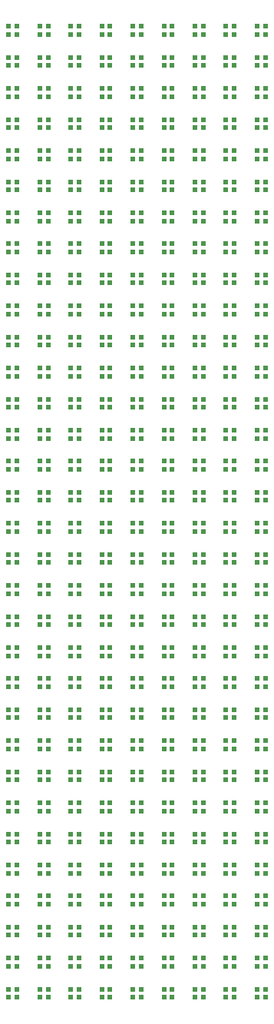
<source format=gbr>
%TF.GenerationSoftware,KiCad,Pcbnew,8.0.1*%
%TF.CreationDate,2024-04-01T01:15:32-04:00*%
%TF.ProjectId,MicrocontrollerInputModule,4d696372-6f63-46f6-9e74-726f6c6c6572,V3.0*%
%TF.SameCoordinates,Original*%
%TF.FileFunction,Soldermask,Top*%
%TF.FilePolarity,Negative*%
%FSLAX46Y46*%
G04 Gerber Fmt 4.6, Leading zero omitted, Abs format (unit mm)*
G04 Created by KiCad (PCBNEW 8.0.1) date 2024-04-01 01:15:32*
%MOMM*%
%LPD*%
G01*
G04 APERTURE LIST*
%ADD10R,0.500000X0.500000*%
G04 APERTURE END LIST*
D10*
%TO.C,N260*%
X27219000Y13563000D03*
X27219000Y14463000D03*
X26319000Y14463000D03*
X26319000Y13563000D03*
%TD*%
%TO.C,N203*%
X16950000Y34101000D03*
X16950000Y35001000D03*
X16050000Y35001000D03*
X16050000Y34101000D03*
%TD*%
%TO.C,N99*%
X30642000Y75177000D03*
X30642000Y76077000D03*
X29742000Y76077000D03*
X29742000Y75177000D03*
%TD*%
%TO.C,N43*%
X23796000Y95715000D03*
X23796000Y96615000D03*
X22896000Y96615000D03*
X22896000Y95715000D03*
%TD*%
%TO.C,N255*%
X10104000Y13563000D03*
X10104000Y14463000D03*
X9204000Y14463000D03*
X9204000Y13563000D03*
%TD*%
%TO.C,N208*%
X3258000Y30678000D03*
X3258000Y31578000D03*
X2358000Y31578000D03*
X2358000Y30678000D03*
%TD*%
%TO.C,N132*%
X20373000Y61485000D03*
X20373000Y62385000D03*
X19473000Y62385000D03*
X19473000Y61485000D03*
%TD*%
%TO.C,N112*%
X13527000Y68331000D03*
X13527000Y69231000D03*
X12627000Y69231000D03*
X12627000Y68331000D03*
%TD*%
%TO.C,N140*%
X16950000Y58062000D03*
X16950000Y58962000D03*
X16050000Y58962000D03*
X16050000Y58062000D03*
%TD*%
%TO.C,N108*%
X30642000Y71754000D03*
X30642000Y72654000D03*
X29742000Y72654000D03*
X29742000Y71754000D03*
%TD*%
%TO.C,N149*%
X16950000Y54639000D03*
X16950000Y55539000D03*
X16050000Y55539000D03*
X16050000Y54639000D03*
%TD*%
%TO.C,N57*%
X10104000Y88869000D03*
X10104000Y89769000D03*
X9204000Y89769000D03*
X9204000Y88869000D03*
%TD*%
%TO.C,N180*%
X30642000Y44370000D03*
X30642000Y45270000D03*
X29742000Y45270000D03*
X29742000Y44370000D03*
%TD*%
%TO.C,N156*%
X10104000Y51216000D03*
X10104000Y52116000D03*
X9204000Y52116000D03*
X9204000Y51216000D03*
%TD*%
%TO.C,N155*%
X6681000Y51216000D03*
X6681000Y52116000D03*
X5781000Y52116000D03*
X5781000Y51216000D03*
%TD*%
%TO.C,N240*%
X20373000Y20409000D03*
X20373000Y21309000D03*
X19473000Y21309000D03*
X19473000Y20409000D03*
%TD*%
%TO.C,N122*%
X16950000Y64908000D03*
X16950000Y65808000D03*
X16050000Y65808000D03*
X16050000Y64908000D03*
%TD*%
%TO.C,N278*%
X27219000Y6717000D03*
X27219000Y7617000D03*
X26319000Y7617000D03*
X26319000Y6717000D03*
%TD*%
%TO.C,N234*%
X30642000Y23832000D03*
X30642000Y24732000D03*
X29742000Y24732000D03*
X29742000Y23832000D03*
%TD*%
%TO.C,N280*%
X3258000Y3294000D03*
X3258000Y4194000D03*
X2358000Y4194000D03*
X2358000Y3294000D03*
%TD*%
%TO.C,N56*%
X6681000Y88869000D03*
X6681000Y89769000D03*
X5781000Y89769000D03*
X5781000Y88869000D03*
%TD*%
%TO.C,N230*%
X16950000Y23832000D03*
X16950000Y24732000D03*
X16050000Y24732000D03*
X16050000Y23832000D03*
%TD*%
%TO.C,N215*%
X27219000Y30678000D03*
X27219000Y31578000D03*
X26319000Y31578000D03*
X26319000Y30678000D03*
%TD*%
%TO.C,N239*%
X16950000Y20409000D03*
X16950000Y21309000D03*
X16050000Y21309000D03*
X16050000Y20409000D03*
%TD*%
%TO.C,N141*%
X20373000Y58062000D03*
X20373000Y58962000D03*
X19473000Y58962000D03*
X19473000Y58062000D03*
%TD*%
%TO.C,N111*%
X10104000Y68331000D03*
X10104000Y69231000D03*
X9204000Y69231000D03*
X9204000Y68331000D03*
%TD*%
%TO.C,N288*%
X30642000Y3294000D03*
X30642000Y4194000D03*
X29742000Y4194000D03*
X29742000Y3294000D03*
%TD*%
%TO.C,N42*%
X20373000Y95715000D03*
X20373000Y96615000D03*
X19473000Y96615000D03*
X19473000Y95715000D03*
%TD*%
%TO.C,N146*%
X6681000Y54639000D03*
X6681000Y55539000D03*
X5781000Y55539000D03*
X5781000Y54639000D03*
%TD*%
%TO.C,N220*%
X13527000Y27255000D03*
X13527000Y28155000D03*
X12627000Y28155000D03*
X12627000Y27255000D03*
%TD*%
%TO.C,N35*%
X27219000Y99138000D03*
X27219000Y100038000D03*
X26319000Y100038000D03*
X26319000Y99138000D03*
%TD*%
%TO.C,N204*%
X20373000Y34101000D03*
X20373000Y35001000D03*
X19473000Y35001000D03*
X19473000Y34101000D03*
%TD*%
%TO.C,N101*%
X6681000Y71754000D03*
X6681000Y72654000D03*
X5781000Y72654000D03*
X5781000Y71754000D03*
%TD*%
%TO.C,N88*%
X23796000Y78600000D03*
X23796000Y79500000D03*
X22896000Y79500000D03*
X22896000Y78600000D03*
%TD*%
%TO.C,N283*%
X13527000Y3294000D03*
X13527000Y4194000D03*
X12627000Y4194000D03*
X12627000Y3294000D03*
%TD*%
%TO.C,N120*%
X10104000Y64908000D03*
X10104000Y65808000D03*
X9204000Y65808000D03*
X9204000Y64908000D03*
%TD*%
%TO.C,N274*%
X13527000Y6717000D03*
X13527000Y7617000D03*
X12627000Y7617000D03*
X12627000Y6717000D03*
%TD*%
%TO.C,N282*%
X10104000Y3294000D03*
X10104000Y4194000D03*
X9204000Y4194000D03*
X9204000Y3294000D03*
%TD*%
%TO.C,N82*%
X3258000Y78600000D03*
X3258000Y79500000D03*
X2358000Y79500000D03*
X2358000Y78600000D03*
%TD*%
%TO.C,N250*%
X23796000Y16986000D03*
X23796000Y17886000D03*
X22896000Y17886000D03*
X22896000Y16986000D03*
%TD*%
%TO.C,N160*%
X23796000Y51216000D03*
X23796000Y52116000D03*
X22896000Y52116000D03*
X22896000Y51216000D03*
%TD*%
%TO.C,N29*%
X6681000Y99138000D03*
X6681000Y100038000D03*
X5781000Y100038000D03*
X5781000Y99138000D03*
%TD*%
%TO.C,N258*%
X20373000Y13563000D03*
X20373000Y14463000D03*
X19473000Y14463000D03*
X19473000Y13563000D03*
%TD*%
%TO.C,N72*%
X30642000Y85446000D03*
X30642000Y86346000D03*
X29742000Y86346000D03*
X29742000Y85446000D03*
%TD*%
%TO.C,N221*%
X16950000Y27255000D03*
X16950000Y28155000D03*
X16050000Y28155000D03*
X16050000Y27255000D03*
%TD*%
%TO.C,N137*%
X6681000Y58062000D03*
X6681000Y58962000D03*
X5781000Y58962000D03*
X5781000Y58062000D03*
%TD*%
%TO.C,N157*%
X13527000Y51216000D03*
X13527000Y52116000D03*
X12627000Y52116000D03*
X12627000Y51216000D03*
%TD*%
%TO.C,N119*%
X6681000Y64908000D03*
X6681000Y65808000D03*
X5781000Y65808000D03*
X5781000Y64908000D03*
%TD*%
%TO.C,N3*%
X10104000Y109407000D03*
X10104000Y110307000D03*
X9204000Y110307000D03*
X9204000Y109407000D03*
%TD*%
%TO.C,N224*%
X27219000Y27255000D03*
X27219000Y28155000D03*
X26319000Y28155000D03*
X26319000Y27255000D03*
%TD*%
%TO.C,N102*%
X10104000Y71754000D03*
X10104000Y72654000D03*
X9204000Y72654000D03*
X9204000Y71754000D03*
%TD*%
%TO.C,N136*%
X3258000Y58062000D03*
X3258000Y58962000D03*
X2358000Y58962000D03*
X2358000Y58062000D03*
%TD*%
%TO.C,N209*%
X6681000Y30678000D03*
X6681000Y31578000D03*
X5781000Y31578000D03*
X5781000Y30678000D03*
%TD*%
%TO.C,N77*%
X16950000Y82023000D03*
X16950000Y82923000D03*
X16050000Y82923000D03*
X16050000Y82023000D03*
%TD*%
%TO.C,N177*%
X20373000Y44370000D03*
X20373000Y45270000D03*
X19473000Y45270000D03*
X19473000Y44370000D03*
%TD*%
%TO.C,N248*%
X16950000Y16986000D03*
X16950000Y17886000D03*
X16050000Y17886000D03*
X16050000Y16986000D03*
%TD*%
%TO.C,N129*%
X10104000Y61485000D03*
X10104000Y62385000D03*
X9204000Y62385000D03*
X9204000Y61485000D03*
%TD*%
%TO.C,N117*%
X30642000Y68331000D03*
X30642000Y69231000D03*
X29742000Y69231000D03*
X29742000Y68331000D03*
%TD*%
%TO.C,N5*%
X16950000Y109407000D03*
X16950000Y110307000D03*
X16050000Y110307000D03*
X16050000Y109407000D03*
%TD*%
%TO.C,N190*%
X3258000Y37524000D03*
X3258000Y38424000D03*
X2358000Y38424000D03*
X2358000Y37524000D03*
%TD*%
%TO.C,N90*%
X30642000Y78600000D03*
X30642000Y79500000D03*
X29742000Y79500000D03*
X29742000Y78600000D03*
%TD*%
%TO.C,N235*%
X3258000Y20409000D03*
X3258000Y21309000D03*
X2358000Y21309000D03*
X2358000Y20409000D03*
%TD*%
%TO.C,N153*%
X30642000Y54639000D03*
X30642000Y55539000D03*
X29742000Y55539000D03*
X29742000Y54639000D03*
%TD*%
%TO.C,N128*%
X6681000Y61485000D03*
X6681000Y62385000D03*
X5781000Y62385000D03*
X5781000Y61485000D03*
%TD*%
%TO.C,N139*%
X13527000Y58062000D03*
X13527000Y58962000D03*
X12627000Y58962000D03*
X12627000Y58062000D03*
%TD*%
%TO.C,N187*%
X23796000Y40947000D03*
X23796000Y41847000D03*
X22896000Y41847000D03*
X22896000Y40947000D03*
%TD*%
%TO.C,N287*%
X27219000Y3294000D03*
X27219000Y4194000D03*
X26319000Y4194000D03*
X26319000Y3294000D03*
%TD*%
%TO.C,N100*%
X3258000Y71754000D03*
X3258000Y72654000D03*
X2358000Y72654000D03*
X2358000Y71754000D03*
%TD*%
%TO.C,N201*%
X10104000Y34101000D03*
X10104000Y35001000D03*
X9204000Y35001000D03*
X9204000Y34101000D03*
%TD*%
%TO.C,N95*%
X16950000Y75177000D03*
X16950000Y76077000D03*
X16050000Y76077000D03*
X16050000Y75177000D03*
%TD*%
%TO.C,N267*%
X20373000Y10140000D03*
X20373000Y11040000D03*
X19473000Y11040000D03*
X19473000Y10140000D03*
%TD*%
%TO.C,N172*%
X3258000Y44370000D03*
X3258000Y45270000D03*
X2358000Y45270000D03*
X2358000Y44370000D03*
%TD*%
%TO.C,N23*%
X16950000Y102561000D03*
X16950000Y103461000D03*
X16050000Y103461000D03*
X16050000Y102561000D03*
%TD*%
%TO.C,N81*%
X30642000Y82023000D03*
X30642000Y82923000D03*
X29742000Y82923000D03*
X29742000Y82023000D03*
%TD*%
%TO.C,N92*%
X6681000Y75177000D03*
X6681000Y76077000D03*
X5781000Y76077000D03*
X5781000Y75177000D03*
%TD*%
%TO.C,N231*%
X20373000Y23832000D03*
X20373000Y24732000D03*
X19473000Y24732000D03*
X19473000Y23832000D03*
%TD*%
%TO.C,N50*%
X16950000Y92292000D03*
X16950000Y93192000D03*
X16050000Y93192000D03*
X16050000Y92292000D03*
%TD*%
%TO.C,N70*%
X23796000Y85446000D03*
X23796000Y86346000D03*
X22896000Y86346000D03*
X22896000Y85446000D03*
%TD*%
%TO.C,N32*%
X16950000Y99138000D03*
X16950000Y100038000D03*
X16050000Y100038000D03*
X16050000Y99138000D03*
%TD*%
%TO.C,N103*%
X13527000Y71754000D03*
X13527000Y72654000D03*
X12627000Y72654000D03*
X12627000Y71754000D03*
%TD*%
%TO.C,N184*%
X13527000Y40947000D03*
X13527000Y41847000D03*
X12627000Y41847000D03*
X12627000Y40947000D03*
%TD*%
%TO.C,N10*%
X3258000Y105984000D03*
X3258000Y106884000D03*
X2358000Y106884000D03*
X2358000Y105984000D03*
%TD*%
%TO.C,N83*%
X6681000Y78600000D03*
X6681000Y79500000D03*
X5781000Y79500000D03*
X5781000Y78600000D03*
%TD*%
%TO.C,N191*%
X6681000Y37524000D03*
X6681000Y38424000D03*
X5781000Y38424000D03*
X5781000Y37524000D03*
%TD*%
%TO.C,N233*%
X27219000Y23832000D03*
X27219000Y24732000D03*
X26319000Y24732000D03*
X26319000Y23832000D03*
%TD*%
%TO.C,N85*%
X13527000Y78600000D03*
X13527000Y79500000D03*
X12627000Y79500000D03*
X12627000Y78600000D03*
%TD*%
%TO.C,N264*%
X10104000Y10140000D03*
X10104000Y11040000D03*
X9204000Y11040000D03*
X9204000Y10140000D03*
%TD*%
%TO.C,N207*%
X30642000Y34101000D03*
X30642000Y35001000D03*
X29742000Y35001000D03*
X29742000Y34101000D03*
%TD*%
%TO.C,N54*%
X30642000Y92292000D03*
X30642000Y93192000D03*
X29742000Y93192000D03*
X29742000Y92292000D03*
%TD*%
%TO.C,N148*%
X13527000Y54639000D03*
X13527000Y55539000D03*
X12627000Y55539000D03*
X12627000Y54639000D03*
%TD*%
%TO.C,N138*%
X10104000Y58062000D03*
X10104000Y58962000D03*
X9204000Y58962000D03*
X9204000Y58062000D03*
%TD*%
%TO.C,N229*%
X13527000Y23832000D03*
X13527000Y24732000D03*
X12627000Y24732000D03*
X12627000Y23832000D03*
%TD*%
%TO.C,N168*%
X20373000Y47793000D03*
X20373000Y48693000D03*
X19473000Y48693000D03*
X19473000Y47793000D03*
%TD*%
%TO.C,N96*%
X20373000Y75177000D03*
X20373000Y76077000D03*
X19473000Y76077000D03*
X19473000Y75177000D03*
%TD*%
%TO.C,N227*%
X6681000Y23832000D03*
X6681000Y24732000D03*
X5781000Y24732000D03*
X5781000Y23832000D03*
%TD*%
%TO.C,N249*%
X20373000Y16986000D03*
X20373000Y17886000D03*
X19473000Y17886000D03*
X19473000Y16986000D03*
%TD*%
%TO.C,N271*%
X3258000Y6717000D03*
X3258000Y7617000D03*
X2358000Y7617000D03*
X2358000Y6717000D03*
%TD*%
%TO.C,N86*%
X16950000Y78600000D03*
X16950000Y79500000D03*
X16050000Y79500000D03*
X16050000Y78600000D03*
%TD*%
%TO.C,N178*%
X23796000Y44370000D03*
X23796000Y45270000D03*
X22896000Y45270000D03*
X22896000Y44370000D03*
%TD*%
%TO.C,N219*%
X10104000Y27255000D03*
X10104000Y28155000D03*
X9204000Y28155000D03*
X9204000Y27255000D03*
%TD*%
%TO.C,N41*%
X16950000Y95715000D03*
X16950000Y96615000D03*
X16050000Y96615000D03*
X16050000Y95715000D03*
%TD*%
%TO.C,N236*%
X6681000Y20409000D03*
X6681000Y21309000D03*
X5781000Y21309000D03*
X5781000Y20409000D03*
%TD*%
%TO.C,N13*%
X13527000Y105984000D03*
X13527000Y106884000D03*
X12627000Y106884000D03*
X12627000Y105984000D03*
%TD*%
%TO.C,N167*%
X16950000Y47793000D03*
X16950000Y48693000D03*
X16050000Y48693000D03*
X16050000Y47793000D03*
%TD*%
%TO.C,N218*%
X6681000Y27255000D03*
X6681000Y28155000D03*
X5781000Y28155000D03*
X5781000Y27255000D03*
%TD*%
%TO.C,N169*%
X23796000Y47793000D03*
X23796000Y48693000D03*
X22896000Y48693000D03*
X22896000Y47793000D03*
%TD*%
%TO.C,N246*%
X10104000Y16986000D03*
X10104000Y17886000D03*
X9204000Y17886000D03*
X9204000Y16986000D03*
%TD*%
%TO.C,N171*%
X30642000Y47793000D03*
X30642000Y48693000D03*
X29742000Y48693000D03*
X29742000Y47793000D03*
%TD*%
%TO.C,N6*%
X20373000Y109407000D03*
X20373000Y110307000D03*
X19473000Y110307000D03*
X19473000Y109407000D03*
%TD*%
%TO.C,N276*%
X20373000Y6717000D03*
X20373000Y7617000D03*
X19473000Y7617000D03*
X19473000Y6717000D03*
%TD*%
%TO.C,N185*%
X16950000Y40947000D03*
X16950000Y41847000D03*
X16050000Y41847000D03*
X16050000Y40947000D03*
%TD*%
%TO.C,N164*%
X6681000Y47793000D03*
X6681000Y48693000D03*
X5781000Y48693000D03*
X5781000Y47793000D03*
%TD*%
%TO.C,N270*%
X30642000Y10140000D03*
X30642000Y11040000D03*
X29742000Y11040000D03*
X29742000Y10140000D03*
%TD*%
%TO.C,N151*%
X23796000Y54639000D03*
X23796000Y55539000D03*
X22896000Y55539000D03*
X22896000Y54639000D03*
%TD*%
%TO.C,N285*%
X20373000Y3294000D03*
X20373000Y4194000D03*
X19473000Y4194000D03*
X19473000Y3294000D03*
%TD*%
%TO.C,N223*%
X23796000Y27255000D03*
X23796000Y28155000D03*
X22896000Y28155000D03*
X22896000Y27255000D03*
%TD*%
%TO.C,N262*%
X3258000Y10140000D03*
X3258000Y11040000D03*
X2358000Y11040000D03*
X2358000Y10140000D03*
%TD*%
%TO.C,N33*%
X20373000Y99138000D03*
X20373000Y100038000D03*
X19473000Y100038000D03*
X19473000Y99138000D03*
%TD*%
%TO.C,N46*%
X3258000Y92292000D03*
X3258000Y93192000D03*
X2358000Y93192000D03*
X2358000Y92292000D03*
%TD*%
%TO.C,N16*%
X23796000Y105984000D03*
X23796000Y106884000D03*
X22896000Y106884000D03*
X22896000Y105984000D03*
%TD*%
%TO.C,N165*%
X10104000Y47793000D03*
X10104000Y48693000D03*
X9204000Y48693000D03*
X9204000Y47793000D03*
%TD*%
%TO.C,N197*%
X27219000Y37524000D03*
X27219000Y38424000D03*
X26319000Y38424000D03*
X26319000Y37524000D03*
%TD*%
%TO.C,N159*%
X20373000Y51216000D03*
X20373000Y52116000D03*
X19473000Y52116000D03*
X19473000Y51216000D03*
%TD*%
%TO.C,N24*%
X20373000Y102561000D03*
X20373000Y103461000D03*
X19473000Y103461000D03*
X19473000Y102561000D03*
%TD*%
%TO.C,N142*%
X23796000Y58062000D03*
X23796000Y58962000D03*
X22896000Y58962000D03*
X22896000Y58062000D03*
%TD*%
%TO.C,N65*%
X6681000Y85446000D03*
X6681000Y86346000D03*
X5781000Y86346000D03*
X5781000Y85446000D03*
%TD*%
%TO.C,N206*%
X27219000Y34101000D03*
X27219000Y35001000D03*
X26319000Y35001000D03*
X26319000Y34101000D03*
%TD*%
%TO.C,N225*%
X30642000Y27255000D03*
X30642000Y28155000D03*
X29742000Y28155000D03*
X29742000Y27255000D03*
%TD*%
%TO.C,N114*%
X20373000Y68331000D03*
X20373000Y69231000D03*
X19473000Y69231000D03*
X19473000Y68331000D03*
%TD*%
%TO.C,N53*%
X27219000Y92292000D03*
X27219000Y93192000D03*
X26319000Y93192000D03*
X26319000Y92292000D03*
%TD*%
%TO.C,N66*%
X10104000Y85446000D03*
X10104000Y86346000D03*
X9204000Y86346000D03*
X9204000Y85446000D03*
%TD*%
%TO.C,N272*%
X6681000Y6717000D03*
X6681000Y7617000D03*
X5781000Y7617000D03*
X5781000Y6717000D03*
%TD*%
%TO.C,N30*%
X10104000Y99138000D03*
X10104000Y100038000D03*
X9204000Y100038000D03*
X9204000Y99138000D03*
%TD*%
%TO.C,N174*%
X10104000Y44370000D03*
X10104000Y45270000D03*
X9204000Y45270000D03*
X9204000Y44370000D03*
%TD*%
%TO.C,N133*%
X23796000Y61485000D03*
X23796000Y62385000D03*
X22896000Y62385000D03*
X22896000Y61485000D03*
%TD*%
%TO.C,N93*%
X10104000Y75177000D03*
X10104000Y76077000D03*
X9204000Y76077000D03*
X9204000Y75177000D03*
%TD*%
%TO.C,N134*%
X27219000Y61485000D03*
X27219000Y62385000D03*
X26319000Y62385000D03*
X26319000Y61485000D03*
%TD*%
%TO.C,N232*%
X23796000Y23832000D03*
X23796000Y24732000D03*
X22896000Y24732000D03*
X22896000Y23832000D03*
%TD*%
%TO.C,N22*%
X13527000Y102561000D03*
X13527000Y103461000D03*
X12627000Y103461000D03*
X12627000Y102561000D03*
%TD*%
%TO.C,N266*%
X16950000Y10140000D03*
X16950000Y11040000D03*
X16050000Y11040000D03*
X16050000Y10140000D03*
%TD*%
%TO.C,N105*%
X20373000Y71754000D03*
X20373000Y72654000D03*
X19473000Y72654000D03*
X19473000Y71754000D03*
%TD*%
%TO.C,N124*%
X23796000Y64908000D03*
X23796000Y65808000D03*
X22896000Y65808000D03*
X22896000Y64908000D03*
%TD*%
%TO.C,N130*%
X13527000Y61485000D03*
X13527000Y62385000D03*
X12627000Y62385000D03*
X12627000Y61485000D03*
%TD*%
%TO.C,N210*%
X10104000Y30678000D03*
X10104000Y31578000D03*
X9204000Y31578000D03*
X9204000Y30678000D03*
%TD*%
%TO.C,N17*%
X27219000Y105984000D03*
X27219000Y106884000D03*
X26319000Y106884000D03*
X26319000Y105984000D03*
%TD*%
%TO.C,N116*%
X27219000Y68331000D03*
X27219000Y69231000D03*
X26319000Y69231000D03*
X26319000Y68331000D03*
%TD*%
%TO.C,N269*%
X27219000Y10140000D03*
X27219000Y11040000D03*
X26319000Y11040000D03*
X26319000Y10140000D03*
%TD*%
%TO.C,N193*%
X13527000Y37524000D03*
X13527000Y38424000D03*
X12627000Y38424000D03*
X12627000Y37524000D03*
%TD*%
%TO.C,N257*%
X16950000Y13563000D03*
X16950000Y14463000D03*
X16050000Y14463000D03*
X16050000Y13563000D03*
%TD*%
%TO.C,N11*%
X6681000Y105984000D03*
X6681000Y106884000D03*
X5781000Y106884000D03*
X5781000Y105984000D03*
%TD*%
%TO.C,N55*%
X3258000Y88869000D03*
X3258000Y89769000D03*
X2358000Y89769000D03*
X2358000Y88869000D03*
%TD*%
%TO.C,N189*%
X30642000Y40947000D03*
X30642000Y41847000D03*
X29742000Y41847000D03*
X29742000Y40947000D03*
%TD*%
%TO.C,N79*%
X23796000Y82023000D03*
X23796000Y82923000D03*
X22896000Y82923000D03*
X22896000Y82023000D03*
%TD*%
%TO.C,N1*%
X3258000Y109407000D03*
X3258000Y110307000D03*
X2358000Y110307000D03*
X2358000Y109407000D03*
%TD*%
%TO.C,N39*%
X10104000Y95715000D03*
X10104000Y96615000D03*
X9204000Y96615000D03*
X9204000Y95715000D03*
%TD*%
%TO.C,N45*%
X30642000Y95715000D03*
X30642000Y96615000D03*
X29742000Y96615000D03*
X29742000Y95715000D03*
%TD*%
%TO.C,N256*%
X13527000Y13563000D03*
X13527000Y14463000D03*
X12627000Y14463000D03*
X12627000Y13563000D03*
%TD*%
%TO.C,N89*%
X27219000Y78600000D03*
X27219000Y79500000D03*
X26319000Y79500000D03*
X26319000Y78600000D03*
%TD*%
%TO.C,N237*%
X10104000Y20409000D03*
X10104000Y21309000D03*
X9204000Y21309000D03*
X9204000Y20409000D03*
%TD*%
%TO.C,N68*%
X16950000Y85446000D03*
X16950000Y86346000D03*
X16050000Y86346000D03*
X16050000Y85446000D03*
%TD*%
%TO.C,N84*%
X10104000Y78600000D03*
X10104000Y79500000D03*
X9204000Y79500000D03*
X9204000Y78600000D03*
%TD*%
%TO.C,N36*%
X30642000Y99138000D03*
X30642000Y100038000D03*
X29742000Y100038000D03*
X29742000Y99138000D03*
%TD*%
%TO.C,N63*%
X30642000Y88869000D03*
X30642000Y89769000D03*
X29742000Y89769000D03*
X29742000Y88869000D03*
%TD*%
%TO.C,N213*%
X20373000Y30678000D03*
X20373000Y31578000D03*
X19473000Y31578000D03*
X19473000Y30678000D03*
%TD*%
%TO.C,N113*%
X16950000Y68331000D03*
X16950000Y69231000D03*
X16050000Y69231000D03*
X16050000Y68331000D03*
%TD*%
%TO.C,N162*%
X30642000Y51216000D03*
X30642000Y52116000D03*
X29742000Y52116000D03*
X29742000Y51216000D03*
%TD*%
%TO.C,N175*%
X13527000Y44370000D03*
X13527000Y45270000D03*
X12627000Y45270000D03*
X12627000Y44370000D03*
%TD*%
%TO.C,N238*%
X13527000Y20409000D03*
X13527000Y21309000D03*
X12627000Y21309000D03*
X12627000Y20409000D03*
%TD*%
%TO.C,N205*%
X23796000Y34101000D03*
X23796000Y35001000D03*
X22896000Y35001000D03*
X22896000Y34101000D03*
%TD*%
%TO.C,N69*%
X20373000Y85446000D03*
X20373000Y86346000D03*
X19473000Y86346000D03*
X19473000Y85446000D03*
%TD*%
%TO.C,N34*%
X23796000Y99138000D03*
X23796000Y100038000D03*
X22896000Y100038000D03*
X22896000Y99138000D03*
%TD*%
%TO.C,N181*%
X3258000Y40947000D03*
X3258000Y41847000D03*
X2358000Y41847000D03*
X2358000Y40947000D03*
%TD*%
%TO.C,N145*%
X3258000Y54639000D03*
X3258000Y55539000D03*
X2358000Y55539000D03*
X2358000Y54639000D03*
%TD*%
%TO.C,N91*%
X3258000Y75177000D03*
X3258000Y76077000D03*
X2358000Y76077000D03*
X2358000Y75177000D03*
%TD*%
%TO.C,N214*%
X23796000Y30678000D03*
X23796000Y31578000D03*
X22896000Y31578000D03*
X22896000Y30678000D03*
%TD*%
%TO.C,N241*%
X23796000Y20409000D03*
X23796000Y21309000D03*
X22896000Y21309000D03*
X22896000Y20409000D03*
%TD*%
%TO.C,N279*%
X30642000Y6717000D03*
X30642000Y7617000D03*
X29742000Y7617000D03*
X29742000Y6717000D03*
%TD*%
%TO.C,N251*%
X27219000Y16986000D03*
X27219000Y17886000D03*
X26319000Y17886000D03*
X26319000Y16986000D03*
%TD*%
%TO.C,N143*%
X27219000Y58062000D03*
X27219000Y58962000D03*
X26319000Y58962000D03*
X26319000Y58062000D03*
%TD*%
%TO.C,N47*%
X6681000Y92292000D03*
X6681000Y93192000D03*
X5781000Y93192000D03*
X5781000Y92292000D03*
%TD*%
%TO.C,N71*%
X27219000Y85446000D03*
X27219000Y86346000D03*
X26319000Y86346000D03*
X26319000Y85446000D03*
%TD*%
%TO.C,N226*%
X3258000Y23832000D03*
X3258000Y24732000D03*
X2358000Y24732000D03*
X2358000Y23832000D03*
%TD*%
%TO.C,N26*%
X27219000Y102561000D03*
X27219000Y103461000D03*
X26319000Y103461000D03*
X26319000Y102561000D03*
%TD*%
%TO.C,N58*%
X13527000Y88869000D03*
X13527000Y89769000D03*
X12627000Y89769000D03*
X12627000Y88869000D03*
%TD*%
%TO.C,N245*%
X6681000Y16986000D03*
X6681000Y17886000D03*
X5781000Y17886000D03*
X5781000Y16986000D03*
%TD*%
%TO.C,N244*%
X3258000Y16986000D03*
X3258000Y17886000D03*
X2358000Y17886000D03*
X2358000Y16986000D03*
%TD*%
%TO.C,N200*%
X6681000Y34101000D03*
X6681000Y35001000D03*
X5781000Y35001000D03*
X5781000Y34101000D03*
%TD*%
%TO.C,N115*%
X23796000Y68331000D03*
X23796000Y69231000D03*
X22896000Y69231000D03*
X22896000Y68331000D03*
%TD*%
%TO.C,N25*%
X23796000Y102561000D03*
X23796000Y103461000D03*
X22896000Y103461000D03*
X22896000Y102561000D03*
%TD*%
%TO.C,N40*%
X13527000Y95715000D03*
X13527000Y96615000D03*
X12627000Y96615000D03*
X12627000Y95715000D03*
%TD*%
%TO.C,N212*%
X16950000Y30678000D03*
X16950000Y31578000D03*
X16050000Y31578000D03*
X16050000Y30678000D03*
%TD*%
%TO.C,N4*%
X13527000Y109407000D03*
X13527000Y110307000D03*
X12627000Y110307000D03*
X12627000Y109407000D03*
%TD*%
%TO.C,N195*%
X20373000Y37524000D03*
X20373000Y38424000D03*
X19473000Y38424000D03*
X19473000Y37524000D03*
%TD*%
%TO.C,N107*%
X27219000Y71754000D03*
X27219000Y72654000D03*
X26319000Y72654000D03*
X26319000Y71754000D03*
%TD*%
%TO.C,N75*%
X10104000Y82023000D03*
X10104000Y82923000D03*
X9204000Y82923000D03*
X9204000Y82023000D03*
%TD*%
%TO.C,N147*%
X10104000Y54639000D03*
X10104000Y55539000D03*
X9204000Y55539000D03*
X9204000Y54639000D03*
%TD*%
%TO.C,N192*%
X10104000Y37524000D03*
X10104000Y38424000D03*
X9204000Y38424000D03*
X9204000Y37524000D03*
%TD*%
%TO.C,N275*%
X16950000Y6717000D03*
X16950000Y7617000D03*
X16050000Y7617000D03*
X16050000Y6717000D03*
%TD*%
%TO.C,N188*%
X27219000Y40947000D03*
X27219000Y41847000D03*
X26319000Y41847000D03*
X26319000Y40947000D03*
%TD*%
%TO.C,N14*%
X16950000Y105984000D03*
X16950000Y106884000D03*
X16050000Y106884000D03*
X16050000Y105984000D03*
%TD*%
%TO.C,N109*%
X3258000Y68331000D03*
X3258000Y69231000D03*
X2358000Y69231000D03*
X2358000Y68331000D03*
%TD*%
%TO.C,N259*%
X23796000Y13563000D03*
X23796000Y14463000D03*
X22896000Y14463000D03*
X22896000Y13563000D03*
%TD*%
%TO.C,N60*%
X20373000Y88869000D03*
X20373000Y89769000D03*
X19473000Y89769000D03*
X19473000Y88869000D03*
%TD*%
%TO.C,N94*%
X13527000Y75177000D03*
X13527000Y76077000D03*
X12627000Y76077000D03*
X12627000Y75177000D03*
%TD*%
%TO.C,N127*%
X3258000Y61485000D03*
X3258000Y62385000D03*
X2358000Y62385000D03*
X2358000Y61485000D03*
%TD*%
%TO.C,N97*%
X23796000Y75177000D03*
X23796000Y76077000D03*
X22896000Y76077000D03*
X22896000Y75177000D03*
%TD*%
%TO.C,N166*%
X13527000Y47793000D03*
X13527000Y48693000D03*
X12627000Y48693000D03*
X12627000Y47793000D03*
%TD*%
%TO.C,N254*%
X6681000Y13563000D03*
X6681000Y14463000D03*
X5781000Y14463000D03*
X5781000Y13563000D03*
%TD*%
%TO.C,N121*%
X13527000Y64908000D03*
X13527000Y65808000D03*
X12627000Y65808000D03*
X12627000Y64908000D03*
%TD*%
%TO.C,N61*%
X23796000Y88869000D03*
X23796000Y89769000D03*
X22896000Y89769000D03*
X22896000Y88869000D03*
%TD*%
%TO.C,N135*%
X30642000Y61485000D03*
X30642000Y62385000D03*
X29742000Y62385000D03*
X29742000Y61485000D03*
%TD*%
%TO.C,N28*%
X3258000Y99138000D03*
X3258000Y100038000D03*
X2358000Y100038000D03*
X2358000Y99138000D03*
%TD*%
%TO.C,N152*%
X27219000Y54639000D03*
X27219000Y55539000D03*
X26319000Y55539000D03*
X26319000Y54639000D03*
%TD*%
%TO.C,N20*%
X6681000Y102561000D03*
X6681000Y103461000D03*
X5781000Y103461000D03*
X5781000Y102561000D03*
%TD*%
%TO.C,N44*%
X27219000Y95715000D03*
X27219000Y96615000D03*
X26319000Y96615000D03*
X26319000Y95715000D03*
%TD*%
%TO.C,N284*%
X16950000Y3294000D03*
X16950000Y4194000D03*
X16050000Y4194000D03*
X16050000Y3294000D03*
%TD*%
%TO.C,N144*%
X30642000Y58062000D03*
X30642000Y58962000D03*
X29742000Y58962000D03*
X29742000Y58062000D03*
%TD*%
%TO.C,N273*%
X10104000Y6717000D03*
X10104000Y7617000D03*
X9204000Y7617000D03*
X9204000Y6717000D03*
%TD*%
%TO.C,N27*%
X30642000Y102561000D03*
X30642000Y103461000D03*
X29742000Y103461000D03*
X29742000Y102561000D03*
%TD*%
%TO.C,N64*%
X3258000Y85446000D03*
X3258000Y86346000D03*
X2358000Y86346000D03*
X2358000Y85446000D03*
%TD*%
%TO.C,N281*%
X6681000Y3294000D03*
X6681000Y4194000D03*
X5781000Y4194000D03*
X5781000Y3294000D03*
%TD*%
%TO.C,N179*%
X27219000Y44370000D03*
X27219000Y45270000D03*
X26319000Y45270000D03*
X26319000Y44370000D03*
%TD*%
%TO.C,N123*%
X20373000Y64908000D03*
X20373000Y65808000D03*
X19473000Y65808000D03*
X19473000Y64908000D03*
%TD*%
%TO.C,N62*%
X27219000Y88869000D03*
X27219000Y89769000D03*
X26319000Y89769000D03*
X26319000Y88869000D03*
%TD*%
%TO.C,N161*%
X27219000Y51216000D03*
X27219000Y52116000D03*
X26319000Y52116000D03*
X26319000Y51216000D03*
%TD*%
%TO.C,N199*%
X3258000Y34101000D03*
X3258000Y35001000D03*
X2358000Y35001000D03*
X2358000Y34101000D03*
%TD*%
%TO.C,N211*%
X13527000Y30678000D03*
X13527000Y31578000D03*
X12627000Y31578000D03*
X12627000Y30678000D03*
%TD*%
%TO.C,N131*%
X16950000Y61485000D03*
X16950000Y62385000D03*
X16050000Y62385000D03*
X16050000Y61485000D03*
%TD*%
%TO.C,N126*%
X30642000Y64908000D03*
X30642000Y65808000D03*
X29742000Y65808000D03*
X29742000Y64908000D03*
%TD*%
%TO.C,N158*%
X16950000Y51216000D03*
X16950000Y52116000D03*
X16050000Y52116000D03*
X16050000Y51216000D03*
%TD*%
%TO.C,N247*%
X13527000Y16986000D03*
X13527000Y17886000D03*
X12627000Y17886000D03*
X12627000Y16986000D03*
%TD*%
%TO.C,N253*%
X3258000Y13563000D03*
X3258000Y14463000D03*
X2358000Y14463000D03*
X2358000Y13563000D03*
%TD*%
%TO.C,N263*%
X6681000Y10140000D03*
X6681000Y11040000D03*
X5781000Y11040000D03*
X5781000Y10140000D03*
%TD*%
%TO.C,N202*%
X13527000Y34101000D03*
X13527000Y35001000D03*
X12627000Y35001000D03*
X12627000Y34101000D03*
%TD*%
%TO.C,N98*%
X27219000Y75177000D03*
X27219000Y76077000D03*
X26319000Y76077000D03*
X26319000Y75177000D03*
%TD*%
%TO.C,N163*%
X3258000Y47793000D03*
X3258000Y48693000D03*
X2358000Y48693000D03*
X2358000Y47793000D03*
%TD*%
%TO.C,N9*%
X30642000Y109407000D03*
X30642000Y110307000D03*
X29742000Y110307000D03*
X29742000Y109407000D03*
%TD*%
%TO.C,N170*%
X27219000Y47793000D03*
X27219000Y48693000D03*
X26319000Y48693000D03*
X26319000Y47793000D03*
%TD*%
%TO.C,N186*%
X20373000Y40947000D03*
X20373000Y41847000D03*
X19473000Y41847000D03*
X19473000Y40947000D03*
%TD*%
%TO.C,N8*%
X27219000Y109407000D03*
X27219000Y110307000D03*
X26319000Y110307000D03*
X26319000Y109407000D03*
%TD*%
%TO.C,N31*%
X13527000Y99138000D03*
X13527000Y100038000D03*
X12627000Y100038000D03*
X12627000Y99138000D03*
%TD*%
%TO.C,N76*%
X13527000Y82023000D03*
X13527000Y82923000D03*
X12627000Y82923000D03*
X12627000Y82023000D03*
%TD*%
%TO.C,N78*%
X20373000Y82023000D03*
X20373000Y82923000D03*
X19473000Y82923000D03*
X19473000Y82023000D03*
%TD*%
%TO.C,N18*%
X30642000Y105984000D03*
X30642000Y106884000D03*
X29742000Y106884000D03*
X29742000Y105984000D03*
%TD*%
%TO.C,N80*%
X27219000Y82023000D03*
X27219000Y82923000D03*
X26319000Y82923000D03*
X26319000Y82023000D03*
%TD*%
%TO.C,N67*%
X13527000Y85446000D03*
X13527000Y86346000D03*
X12627000Y86346000D03*
X12627000Y85446000D03*
%TD*%
%TO.C,N196*%
X23796000Y37524000D03*
X23796000Y38424000D03*
X22896000Y38424000D03*
X22896000Y37524000D03*
%TD*%
%TO.C,N48*%
X10104000Y92292000D03*
X10104000Y93192000D03*
X9204000Y93192000D03*
X9204000Y92292000D03*
%TD*%
%TO.C,N176*%
X16950000Y44370000D03*
X16950000Y45270000D03*
X16050000Y45270000D03*
X16050000Y44370000D03*
%TD*%
%TO.C,N106*%
X23796000Y71754000D03*
X23796000Y72654000D03*
X22896000Y72654000D03*
X22896000Y71754000D03*
%TD*%
%TO.C,N252*%
X30642000Y16986000D03*
X30642000Y17886000D03*
X29742000Y17886000D03*
X29742000Y16986000D03*
%TD*%
%TO.C,N222*%
X20373000Y27255000D03*
X20373000Y28155000D03*
X19473000Y28155000D03*
X19473000Y27255000D03*
%TD*%
%TO.C,N173*%
X6681000Y44370000D03*
X6681000Y45270000D03*
X5781000Y45270000D03*
X5781000Y44370000D03*
%TD*%
%TO.C,N194*%
X16950000Y37524000D03*
X16950000Y38424000D03*
X16050000Y38424000D03*
X16050000Y37524000D03*
%TD*%
%TO.C,N74*%
X6681000Y82023000D03*
X6681000Y82923000D03*
X5781000Y82923000D03*
X5781000Y82023000D03*
%TD*%
%TO.C,N49*%
X13527000Y92292000D03*
X13527000Y93192000D03*
X12627000Y93192000D03*
X12627000Y92292000D03*
%TD*%
%TO.C,N125*%
X27219000Y64908000D03*
X27219000Y65808000D03*
X26319000Y65808000D03*
X26319000Y64908000D03*
%TD*%
%TO.C,N51*%
X20373000Y92292000D03*
X20373000Y93192000D03*
X19473000Y93192000D03*
X19473000Y92292000D03*
%TD*%
%TO.C,N154*%
X3258000Y51216000D03*
X3258000Y52116000D03*
X2358000Y52116000D03*
X2358000Y51216000D03*
%TD*%
%TO.C,N19*%
X3258000Y102561000D03*
X3258000Y103461000D03*
X2358000Y103461000D03*
X2358000Y102561000D03*
%TD*%
%TO.C,N265*%
X13527000Y10140000D03*
X13527000Y11040000D03*
X12627000Y11040000D03*
X12627000Y10140000D03*
%TD*%
%TO.C,N73*%
X3258000Y82023000D03*
X3258000Y82923000D03*
X2358000Y82923000D03*
X2358000Y82023000D03*
%TD*%
%TO.C,N242*%
X27219000Y20409000D03*
X27219000Y21309000D03*
X26319000Y21309000D03*
X26319000Y20409000D03*
%TD*%
%TO.C,N15*%
X20373000Y105984000D03*
X20373000Y106884000D03*
X19473000Y106884000D03*
X19473000Y105984000D03*
%TD*%
%TO.C,N59*%
X16950000Y88869000D03*
X16950000Y89769000D03*
X16050000Y89769000D03*
X16050000Y88869000D03*
%TD*%
%TO.C,N216*%
X30642000Y30678000D03*
X30642000Y31578000D03*
X29742000Y31578000D03*
X29742000Y30678000D03*
%TD*%
%TO.C,N12*%
X10104000Y105984000D03*
X10104000Y106884000D03*
X9204000Y106884000D03*
X9204000Y105984000D03*
%TD*%
%TO.C,N87*%
X20373000Y78600000D03*
X20373000Y79500000D03*
X19473000Y79500000D03*
X19473000Y78600000D03*
%TD*%
%TO.C,N243*%
X30642000Y20409000D03*
X30642000Y21309000D03*
X29742000Y21309000D03*
X29742000Y20409000D03*
%TD*%
%TO.C,N261*%
X30642000Y13563000D03*
X30642000Y14463000D03*
X29742000Y14463000D03*
X29742000Y13563000D03*
%TD*%
%TO.C,N38*%
X6681000Y95715000D03*
X6681000Y96615000D03*
X5781000Y96615000D03*
X5781000Y95715000D03*
%TD*%
%TO.C,N21*%
X10104000Y102561000D03*
X10104000Y103461000D03*
X9204000Y103461000D03*
X9204000Y102561000D03*
%TD*%
%TO.C,N268*%
X23796000Y10140000D03*
X23796000Y11040000D03*
X22896000Y11040000D03*
X22896000Y10140000D03*
%TD*%
%TO.C,N217*%
X3258000Y27255000D03*
X3258000Y28155000D03*
X2358000Y28155000D03*
X2358000Y27255000D03*
%TD*%
%TO.C,N2*%
X6681000Y109407000D03*
X6681000Y110307000D03*
X5781000Y110307000D03*
X5781000Y109407000D03*
%TD*%
%TO.C,N52*%
X23796000Y92292000D03*
X23796000Y93192000D03*
X22896000Y93192000D03*
X22896000Y92292000D03*
%TD*%
%TO.C,N182*%
X6681000Y40947000D03*
X6681000Y41847000D03*
X5781000Y41847000D03*
X5781000Y40947000D03*
%TD*%
%TO.C,N286*%
X23796000Y3294000D03*
X23796000Y4194000D03*
X22896000Y4194000D03*
X22896000Y3294000D03*
%TD*%
%TO.C,N104*%
X16950000Y71754000D03*
X16950000Y72654000D03*
X16050000Y72654000D03*
X16050000Y71754000D03*
%TD*%
%TO.C,N118*%
X3258000Y64908000D03*
X3258000Y65808000D03*
X2358000Y65808000D03*
X2358000Y64908000D03*
%TD*%
%TO.C,N7*%
X23796000Y109407000D03*
X23796000Y110307000D03*
X22896000Y110307000D03*
X22896000Y109407000D03*
%TD*%
%TO.C,N183*%
X10104000Y40947000D03*
X10104000Y41847000D03*
X9204000Y41847000D03*
X9204000Y40947000D03*
%TD*%
%TO.C,N110*%
X6681000Y68331000D03*
X6681000Y69231000D03*
X5781000Y69231000D03*
X5781000Y68331000D03*
%TD*%
%TO.C,N37*%
X3258000Y95715000D03*
X3258000Y96615000D03*
X2358000Y96615000D03*
X2358000Y95715000D03*
%TD*%
%TO.C,N150*%
X20373000Y54639000D03*
X20373000Y55539000D03*
X19473000Y55539000D03*
X19473000Y54639000D03*
%TD*%
%TO.C,N198*%
X30642000Y37524000D03*
X30642000Y38424000D03*
X29742000Y38424000D03*
X29742000Y37524000D03*
%TD*%
%TO.C,N277*%
X23796000Y6717000D03*
X23796000Y7617000D03*
X22896000Y7617000D03*
X22896000Y6717000D03*
%TD*%
%TO.C,N228*%
X10104000Y23832000D03*
X10104000Y24732000D03*
X9204000Y24732000D03*
X9204000Y23832000D03*
%TD*%
M02*

</source>
